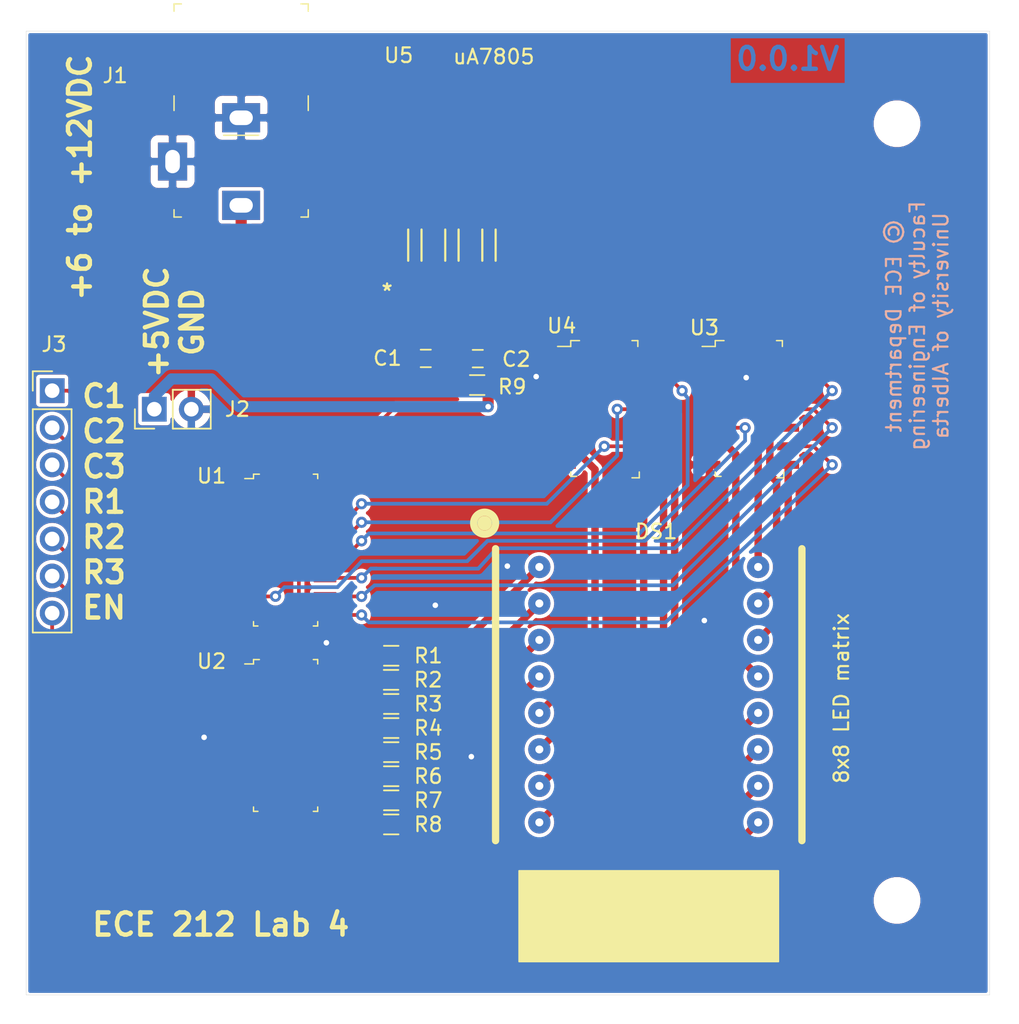
<source format=kicad_pcb>
(kicad_pcb (version 20171130) (host pcbnew "(5.1.2-1)-1")
  (title_block (title "ECE 212 Lab 4") (date 2020-06-30) (rev V1.0.0) (company "ECE Department, University of Alberta") (comment 2 https://creativecommons.org/licenses/by/4.0) (comment 3 "License : CC BY 4.0") (comment 4 "Author : Steven Knudsen"))
  (layers (0 F.Cu signal) (31 B.Cu signal) (34 B.Paste user) (35 F.Paste user) (36 B.SilkS user) (37 F.SilkS user) (38 B.Mask user) (39 F.Mask user) (44 Edge.Cuts user))
  (net 0 "")
  (net 1 "Net-(C1-Pad1)")
  (net 2 GND)
  (net 3 VCC)
  (net 4 "Net-(DS1-Pad1)")
  (net 5 "Net-(DS1-Pad2)")
  (net 6 "Net-(DS1-Pad3)")
  (net 7 "Net-(DS1-Pad4)")
  (net 8 "Net-(DS1-Pad5)")
  (net 9 "Net-(DS1-Pad6)")
  (net 10 "Net-(DS1-Pad7)")
  (net 11 "Net-(DS1-Pad8)")
  (net 12 "Net-(DS1-Pad15)")
  (net 13 "Net-(DS1-Pad14)")
  (net 14 "Net-(DS1-Pad13)")
  (net 15 "Net-(DS1-Pad11)")
  (net 16 "Net-(DS1-Pad9)")
  (net 17 "Net-(DS1-Pad12)")
  (net 18 "Net-(DS1-Pad10)")
  (net 19 "Net-(DS1-Pad16)")
  (net 20 "Net-(J3-Pad7)")
  (net 21 "Net-(J3-Pad6)")
  (net 22 "Net-(J3-Pad5)")
  (net 23 "Net-(J3-Pad4)")
  (net 24 "Net-(J3-Pad3)")
  (net 25 "Net-(J3-Pad2)")
  (net 26 "Net-(J3-Pad1)")
  (net 27 "Net-(R1-Pad2)")
  (net 28 "Net-(R2-Pad2)")
  (net 29 "Net-(R3-Pad2)")
  (net 30 "Net-(R4-Pad2)")
  (net 31 "Net-(R5-Pad2)")
  (net 32 "Net-(R6-Pad2)")
  (net 33 "Net-(R7-Pad2)")
  (net 34 "Net-(R8-Pad2)")
  (net 35 "Net-(U1-Pad7)")
  (net 36 "Net-(U1-Pad9)")
  (net 37 "Net-(U1-Pad10)")
  (net 38 "Net-(U1-Pad11)")
  (net 39 "Net-(U1-Pad12)")
  (net 40 "Net-(U1-Pad13)")
  (net 41 "Net-(U1-Pad14)")
  (net 42 "Net-(U1-Pad15)")
  (net 43 "Net-(U3-Pad1)")
  (net 44 "Net-(U3-Pad2)")
  (net 45 "Net-(U3-Pad3)")
  (net 46 "Net-(U3-Pad4)")
  (net 47 "Net-(U4-Pad4)")
  (net 48 "Net-(U4-Pad3)")
  (net 49 "Net-(U4-Pad2)")
  (net 50 "Net-(U4-Pad1)")
  (module Capacitors_SMD:C_0603 (layer F.Cu) (at 121.36628 74.4982)
    (fp_text reference C1 (at -2.62636 -0.01524) (layer F.SilkS))
    (fp_text value 0u33)
    (fp_line (start -0.35 -0.6) (end 0.35 -0.6) (layer F.SilkS) (width 0.12))
    (fp_line (start 0.35 0.6) (end -0.35 0.6) (layer F.SilkS) (width 0.12))
    (pad 1 smd rect (at -0.75 0) (size 0.8 0.75) (layers F.Cu F.Paste F.Mask) (net 1 "Net-(C1-Pad1)"))
    (pad 2 smd rect (at 0.75 0) (size 0.8 0.75) (layers F.Cu F.Paste F.Mask) (net 2 GND))
  )
  (module Libraries:KWM-20882xxx (layer F.Cu) (at 136.652 97.536 270)
    (fp_text reference DS1 (at -11.176 -0.508 180) (layer F.SilkS))
    (fp_text value KWM-20882CUYB)
    (fp_circle (center -11.75 11.25) (end -11 11.25) (layer F.SilkS) (width 0.5))
    (fp_circle (center -11.75 11.25) (end -11.5 11.25) (layer F.SilkS) (width 0.5))
    (fp_line (start -10 10.5) (end 10 10.5) (layer F.SilkS) (width 0.5))
    (fp_line (start -10 -10.5) (end 10 -10.5) (layer F.SilkS) (width 0.5))
    (fp_text user "8x8 LED matrix" (at 0.254 -13.208 90) (layer F.SilkS))
    (pad 1 thru_hole circle (at -8.75 7.5 270) (size 1.524 1.524) (drill 0.55) (layers *.Cu *.Mask) (net 4 "Net-(DS1-Pad1)"))
    (pad 2 thru_hole circle (at -6.25 7.5 270) (size 1.524 1.524) (drill 0.55) (layers *.Cu *.Mask) (net 5 "Net-(DS1-Pad2)"))
    (pad 3 thru_hole circle (at -3.75 7.5 270) (size 1.524 1.524) (drill 0.55) (layers *.Cu *.Mask) (net 6 "Net-(DS1-Pad3)"))
    (pad 4 thru_hole circle (at -1.25 7.5 270) (size 1.524 1.524) (drill 0.55) (layers *.Cu *.Mask) (net 7 "Net-(DS1-Pad4)"))
    (pad 5 thru_hole circle (at 1.25 7.5 270) (size 1.524 1.524) (drill 0.55) (layers *.Cu *.Mask) (net 8 "Net-(DS1-Pad5)"))
    (pad 6 thru_hole circle (at 3.75 7.5 270) (size 1.524 1.524) (drill 0.55) (layers *.Cu *.Mask) (net 9 "Net-(DS1-Pad6)"))
    (pad 7 thru_hole circle (at 6.25 7.5 270) (size 1.524 1.524) (drill 0.55) (layers *.Cu *.Mask) (net 10 "Net-(DS1-Pad7)"))
    (pad 8 thru_hole circle (at 8.75 7.5 270) (size 1.524 1.524) (drill 0.55) (layers *.Cu *.Mask) (net 11 "Net-(DS1-Pad8)"))
    (pad 15 thru_hole circle (at -6.25 -7.5 270) (size 1.524 1.524) (drill 0.55) (layers *.Cu *.Mask) (net 12 "Net-(DS1-Pad15)"))
    (pad 14 thru_hole circle (at -3.75 -7.5 270) (size 1.524 1.524) (drill 0.55) (layers *.Cu *.Mask) (net 13 "Net-(DS1-Pad14)"))
    (pad 13 thru_hole circle (at -1.25 -7.5 270) (size 1.524 1.524) (drill 0.55) (layers *.Cu *.Mask) (net 14 "Net-(DS1-Pad13)"))
    (pad 11 thru_hole circle (at 3.75 -7.5 270) (size 1.524 1.524) (drill 0.55) (layers *.Cu *.Mask) (net 15 "Net-(DS1-Pad11)"))
    (pad 9 thru_hole circle (at 8.75 -7.5 270) (size 1.524 1.524) (drill 0.55) (layers *.Cu *.Mask) (net 16 "Net-(DS1-Pad9)"))
    (pad 12 thru_hole circle (at 1.25 -7.5 270) (size 1.524 1.524) (drill 0.55) (layers *.Cu *.Mask) (net 17 "Net-(DS1-Pad12)"))
    (pad 10 thru_hole circle (at 6.25 -7.5 270) (size 1.524 1.524) (drill 0.55) (layers *.Cu *.Mask) (net 18 "Net-(DS1-Pad10)"))
    (pad 16 thru_hole circle (at -8.75 -7.5 270) (size 1.524 1.524) (drill 0.55) (layers *.Cu *.Mask) (net 19 "Net-(DS1-Pad16)"))
  )
  (module digikey-footprints:Barrel_Jack_5.5mmODx2.1mmID_PJ-102A (layer F.Cu) (at 108.712 61.0108)
    (fp_text reference J1 (at -8.636 -5.8928) (layer F.SilkS))
    (fp_text value PJ-102A)
    (fp_line (start 4.6 -3.5) (end 4.6 -4.5) (layer F.SilkS) (width 0.1))
    (fp_line (start -4.6 -3.5) (end -4.6 -4.5) (layer F.SilkS) (width 0.1))
    (fp_line (start 4.6 -10.8) (end 4.6 -10.3) (layer F.SilkS) (width 0.1))
    (fp_line (start 4.6 -10.8) (end 4.1 -10.8) (layer F.SilkS) (width 0.1))
    (fp_line (start -4.6 -10.8) (end -4.1 -10.8) (layer F.SilkS) (width 0.1))
    (fp_line (start -4.6 -10.8) (end -4.6 -10.3) (layer F.SilkS) (width 0.1))
    (fp_line (start -1.2 -1.8) (end 1.2 -1.8) (layer F.SilkS) (width 0.1))
    (fp_line (start -4.6 3.8) (end -4.6 3.3) (layer F.SilkS) (width 0.1))
    (fp_line (start -4.6 3.8) (end -4.1 3.8) (layer F.SilkS) (width 0.1))
    (fp_line (start 4.6 3.8) (end 4.6 3.3) (layer F.SilkS) (width 0.1))
    (fp_line (start 4.6 3.8) (end 4.1 3.8) (layer F.SilkS) (width 0.1))
    (pad 3 thru_hole rect (at -4.7 0) (size 2 2.6) (drill oval 1 1.6) (layers *.Cu *.Mask) (net 2 GND))
    (pad 1 thru_hole rect (at 0 3) (size 2.6 2) (drill oval 1.6 1) (layers *.Cu *.Mask) (net 1 "Net-(C1-Pad1)"))
    (pad 2 thru_hole rect (at 0 -3) (size 2.6 2) (drill oval 1.6 1) (layers *.Cu *.Mask) (net 2 GND))
  )
  (module Pin_Headers:Pin_Header_Straight_1x02_Pitch2.54mm (layer F.Cu) (at 102.757986 77.978 90)
    (fp_text reference J2 (at 0 5.700014 180) (layer F.SilkS))
    (fp_text value "Power Out")
    (fp_line (start -1.33 -1.33) (end 0 -1.33) (layer F.SilkS) (width 0.12))
    (fp_line (start -1.33 0) (end -1.33 -1.33) (layer F.SilkS) (width 0.12))
    (fp_line (start -1.33 1.27) (end 1.33 1.27) (layer F.SilkS) (width 0.12))
    (fp_line (start 1.33 1.27) (end 1.33 3.87) (layer F.SilkS) (width 0.12))
    (fp_line (start -1.33 1.27) (end -1.33 3.87) (layer F.SilkS) (width 0.12))
    (fp_line (start -1.33 3.87) (end 1.33 3.87) (layer F.SilkS) (width 0.12))
    (pad 2 thru_hole oval (at 0 2.54 90) (size 1.7 1.7) (drill 1) (layers *.Cu *.Mask) (net 2 GND))
    (pad 1 thru_hole rect (at 0 0 90) (size 1.7 1.7) (drill 1) (layers *.Cu *.Mask) (net 3 VCC))
  )
  (module Pin_Headers:Pin_Header_Straight_1x07_Pitch2.54mm (layer F.Cu) (at 95.758 76.708)
    (fp_text reference J3 (at 0.127 -3.175) (layer F.SilkS))
    (fp_text value Signals)
    (fp_line (start -1.33 -1.33) (end 0 -1.33) (layer F.SilkS) (width 0.12))
    (fp_line (start -1.33 0) (end -1.33 -1.33) (layer F.SilkS) (width 0.12))
    (fp_line (start -1.33 1.27) (end 1.33 1.27) (layer F.SilkS) (width 0.12))
    (fp_line (start 1.33 1.27) (end 1.33 16.57) (layer F.SilkS) (width 0.12))
    (fp_line (start -1.33 1.27) (end -1.33 16.57) (layer F.SilkS) (width 0.12))
    (fp_line (start -1.33 16.57) (end 1.33 16.57) (layer F.SilkS) (width 0.12))
    (pad 7 thru_hole oval (at 0 15.24) (size 1.7 1.7) (drill 1) (layers *.Cu *.Mask) (net 20 "Net-(J3-Pad7)"))
    (pad 6 thru_hole oval (at 0 12.7) (size 1.7 1.7) (drill 1) (layers *.Cu *.Mask) (net 21 "Net-(J3-Pad6)"))
    (pad 5 thru_hole oval (at 0 10.16) (size 1.7 1.7) (drill 1) (layers *.Cu *.Mask) (net 22 "Net-(J3-Pad5)"))
    (pad 4 thru_hole oval (at 0 7.62) (size 1.7 1.7) (drill 1) (layers *.Cu *.Mask) (net 23 "Net-(J3-Pad4)"))
    (pad 3 thru_hole oval (at 0 5.08) (size 1.7 1.7) (drill 1) (layers *.Cu *.Mask) (net 24 "Net-(J3-Pad3)"))
    (pad 2 thru_hole oval (at 0 2.54) (size 1.7 1.7) (drill 1) (layers *.Cu *.Mask) (net 25 "Net-(J3-Pad2)"))
    (pad 1 thru_hole rect (at 0 0) (size 1.7 1.7) (drill 1) (layers *.Cu *.Mask) (net 26 "Net-(J3-Pad1)"))
  )
  (module Resistors_SMD:R_0603 (layer F.Cu) (at 118.999 94.869 180)
    (fp_text reference R1 (at -2.54 0) (layer F.SilkS))
    (fp_text value 1k)
    (fp_line (start -0.5 -0.68) (end 0.5 -0.68) (layer F.SilkS) (width 0.12))
    (fp_line (start 0.5 0.68) (end -0.5 0.68) (layer F.SilkS) (width 0.12))
    (pad 2 smd rect (at 0.75 0 180) (size 0.5 0.9) (layers F.Cu F.Paste F.Mask) (net 27 "Net-(R1-Pad2)"))
    (pad 1 smd rect (at -0.75 0 180) (size 0.5 0.9) (layers F.Cu F.Paste F.Mask) (net 4 "Net-(DS1-Pad1)"))
  )
  (module Resistors_SMD:R_0603 (layer F.Cu) (at 118.987 96.52 180)
    (fp_text reference R2 (at -2.54 0) (layer F.SilkS))
    (fp_text value 1k)
    (fp_line (start 0.5 0.68) (end -0.5 0.68) (layer F.SilkS) (width 0.12))
    (fp_line (start -0.5 -0.68) (end 0.5 -0.68) (layer F.SilkS) (width 0.12))
    (pad 1 smd rect (at -0.75 0 180) (size 0.5 0.9) (layers F.Cu F.Paste F.Mask) (net 5 "Net-(DS1-Pad2)"))
    (pad 2 smd rect (at 0.75 0 180) (size 0.5 0.9) (layers F.Cu F.Paste F.Mask) (net 28 "Net-(R2-Pad2)"))
  )
  (module Resistors_SMD:R_0603 (layer F.Cu) (at 118.999 98.171 180)
    (fp_text reference R3 (at -2.54 0) (layer F.SilkS))
    (fp_text value 1k)
    (fp_line (start -0.5 -0.68) (end 0.5 -0.68) (layer F.SilkS) (width 0.12))
    (fp_line (start 0.5 0.68) (end -0.5 0.68) (layer F.SilkS) (width 0.12))
    (pad 2 smd rect (at 0.75 0 180) (size 0.5 0.9) (layers F.Cu F.Paste F.Mask) (net 29 "Net-(R3-Pad2)"))
    (pad 1 smd rect (at -0.75 0 180) (size 0.5 0.9) (layers F.Cu F.Paste F.Mask) (net 6 "Net-(DS1-Pad3)"))
  )
  (module Resistors_SMD:R_0603 (layer F.Cu) (at 118.999 99.822 180)
    (fp_text reference R4 (at -2.54 0) (layer F.SilkS))
    (fp_text value 1k)
    (fp_line (start 0.5 0.68) (end -0.5 0.68) (layer F.SilkS) (width 0.12))
    (fp_line (start -0.5 -0.68) (end 0.5 -0.68) (layer F.SilkS) (width 0.12))
    (pad 1 smd rect (at -0.75 0 180) (size 0.5 0.9) (layers F.Cu F.Paste F.Mask) (net 7 "Net-(DS1-Pad4)"))
    (pad 2 smd rect (at 0.75 0 180) (size 0.5 0.9) (layers F.Cu F.Paste F.Mask) (net 30 "Net-(R4-Pad2)"))
  )
  (module Resistors_SMD:R_0603 (layer F.Cu) (at 118.999 101.473 180)
    (fp_text reference R5 (at -2.54 0) (layer F.SilkS))
    (fp_text value 1k)
    (fp_line (start -0.5 -0.68) (end 0.5 -0.68) (layer F.SilkS) (width 0.12))
    (fp_line (start 0.5 0.68) (end -0.5 0.68) (layer F.SilkS) (width 0.12))
    (pad 2 smd rect (at 0.75 0 180) (size 0.5 0.9) (layers F.Cu F.Paste F.Mask) (net 31 "Net-(R5-Pad2)"))
    (pad 1 smd rect (at -0.75 0 180) (size 0.5 0.9) (layers F.Cu F.Paste F.Mask) (net 17 "Net-(DS1-Pad12)"))
  )
  (module Resistors_SMD:R_0603 (layer F.Cu) (at 118.999 103.124 180)
    (fp_text reference R6 (at -2.54 0) (layer F.SilkS))
    (fp_text value 1k)
    (fp_line (start 0.5 0.68) (end -0.5 0.68) (layer F.SilkS) (width 0.12))
    (fp_line (start -0.5 -0.68) (end 0.5 -0.68) (layer F.SilkS) (width 0.12))
    (pad 1 smd rect (at -0.75 0 180) (size 0.5 0.9) (layers F.Cu F.Paste F.Mask) (net 15 "Net-(DS1-Pad11)"))
    (pad 2 smd rect (at 0.75 0 180) (size 0.5 0.9) (layers F.Cu F.Paste F.Mask) (net 32 "Net-(R6-Pad2)"))
  )
  (module Resistors_SMD:R_0603 (layer F.Cu) (at 118.999 104.775 180)
    (fp_text reference R7 (at -2.54 0) (layer F.SilkS))
    (fp_text value 1k)
    (fp_line (start -0.5 -0.68) (end 0.5 -0.68) (layer F.SilkS) (width 0.12))
    (fp_line (start 0.5 0.68) (end -0.5 0.68) (layer F.SilkS) (width 0.12))
    (pad 2 smd rect (at 0.75 0 180) (size 0.5 0.9) (layers F.Cu F.Paste F.Mask) (net 33 "Net-(R7-Pad2)"))
    (pad 1 smd rect (at -0.75 0 180) (size 0.5 0.9) (layers F.Cu F.Paste F.Mask) (net 18 "Net-(DS1-Pad10)"))
  )
  (module Resistors_SMD:R_0603 (layer F.Cu) (at 118.999 106.426 180)
    (fp_text reference R8 (at -2.54 0) (layer F.SilkS))
    (fp_text value 1k)
    (fp_line (start 0.5 0.68) (end -0.5 0.68) (layer F.SilkS) (width 0.12))
    (fp_line (start -0.5 -0.68) (end 0.5 -0.68) (layer F.SilkS) (width 0.12))
    (pad 1 smd rect (at -0.75 0 180) (size 0.5 0.9) (layers F.Cu F.Paste F.Mask) (net 16 "Net-(DS1-Pad9)"))
    (pad 2 smd rect (at 0.75 0 180) (size 0.5 0.9) (layers F.Cu F.Paste F.Mask) (net 34 "Net-(R8-Pad2)"))
  )
  (module digikey-footprints:SOIC-16_W3.90mm (layer F.Cu) (at 111.76 87.63 270)
    (fp_text reference U1 (at -5.08 5.08 180) (layer F.SilkS))
    (fp_text value SN74LS138)
    (fp_line (start 5.2 -2.2) (end 5.2 -1.9) (layer F.SilkS) (width 0.1))
    (fp_line (start 5.2 -2.2) (end 4.9 -2.2) (layer F.SilkS) (width 0.1))
    (fp_line (start -5.2 -2.2) (end -5.2 -1.9) (layer F.SilkS) (width 0.1))
    (fp_line (start 4.9 2.2) (end 5.2 2.2) (layer F.SilkS) (width 0.1))
    (fp_line (start 5.2 2.2) (end 5.2 1.9) (layer F.SilkS) (width 0.1))
    (fp_line (start -5.2 1.8) (end -5.2 2.2) (layer F.SilkS) (width 0.1))
    (fp_line (start -5.2 2.2) (end -4.9 2.2) (layer F.SilkS) (width 0.1))
    (fp_line (start -4.9 2.2) (end -4.9 2.8) (layer F.SilkS) (width 0.1))
    (fp_line (start -4.9 -2.2) (end -5.2 -2.2) (layer F.SilkS) (width 0.1))
    (pad 1 smd rect (at -4.445 2.7 270) (size 0.6 1.55) (layers F.Cu F.Paste F.Mask) (net 26 "Net-(J3-Pad1)"))
    (pad 2 smd rect (at -3.175 2.7 270) (size 0.6 1.55) (layers F.Cu F.Paste F.Mask) (net 25 "Net-(J3-Pad2)"))
    (pad 3 smd rect (at -1.905 2.7 270) (size 0.6 1.55) (layers F.Cu F.Paste F.Mask) (net 24 "Net-(J3-Pad3)"))
    (pad 4 smd rect (at -0.635 2.7 270) (size 0.6 1.55) (layers F.Cu F.Paste F.Mask) (net 2 GND))
    (pad 5 smd rect (at 0.635 2.7 270) (size 0.6 1.55) (layers F.Cu F.Paste F.Mask) (net 2 GND))
    (pad 6 smd rect (at 1.905 2.7 270) (size 0.6 1.55) (layers F.Cu F.Paste F.Mask) (net 20 "Net-(J3-Pad7)"))
    (pad 7 smd rect (at 3.175 2.7 270) (size 0.6 1.55) (layers F.Cu F.Paste F.Mask) (net 35 "Net-(U1-Pad7)"))
    (pad 8 smd rect (at 4.445 2.7 270) (size 0.6 1.55) (layers F.Cu F.Paste F.Mask) (net 2 GND))
    (pad 9 smd rect (at 4.445 -2.7 270) (size 0.6 1.55) (layers F.Cu F.Paste F.Mask) (net 36 "Net-(U1-Pad9)"))
    (pad 10 smd rect (at 3.175 -2.7 270) (size 0.6 1.55) (layers F.Cu F.Paste F.Mask) (net 37 "Net-(U1-Pad10)"))
    (pad 11 smd rect (at 1.905 -2.7 270) (size 0.6 1.55) (layers F.Cu F.Paste F.Mask) (net 38 "Net-(U1-Pad11)"))
    (pad 12 smd rect (at 0.635 -2.7 270) (size 0.6 1.55) (layers F.Cu F.Paste F.Mask) (net 39 "Net-(U1-Pad12)"))
    (pad 13 smd rect (at -0.635 -2.7 270) (size 0.6 1.55) (layers F.Cu F.Paste F.Mask) (net 40 "Net-(U1-Pad13)"))
    (pad 14 smd rect (at -1.905 -2.7 270) (size 0.6 1.55) (layers F.Cu F.Paste F.Mask) (net 41 "Net-(U1-Pad14)"))
    (pad 15 smd rect (at -3.175 -2.7 270) (size 0.6 1.55) (layers F.Cu F.Paste F.Mask) (net 42 "Net-(U1-Pad15)"))
    (pad 16 smd rect (at -4.445 -2.7 270) (size 0.6 1.55) (layers F.Cu F.Paste F.Mask) (net 3 VCC))
  )
  (module digikey-footprints:SOIC-16_W3.90mm (layer F.Cu) (at 111.76 100.33 270)
    (fp_text reference U2 (at -5.08 5.08 180) (layer F.SilkS))
    (fp_text value SN74LS138)
    (fp_line (start -4.9 -2.2) (end -5.2 -2.2) (layer F.SilkS) (width 0.1))
    (fp_line (start -4.9 2.2) (end -4.9 2.8) (layer F.SilkS) (width 0.1))
    (fp_line (start -5.2 2.2) (end -4.9 2.2) (layer F.SilkS) (width 0.1))
    (fp_line (start -5.2 1.8) (end -5.2 2.2) (layer F.SilkS) (width 0.1))
    (fp_line (start 5.2 2.2) (end 5.2 1.9) (layer F.SilkS) (width 0.1))
    (fp_line (start 4.9 2.2) (end 5.2 2.2) (layer F.SilkS) (width 0.1))
    (fp_line (start -5.2 -2.2) (end -5.2 -1.9) (layer F.SilkS) (width 0.1))
    (fp_line (start 5.2 -2.2) (end 4.9 -2.2) (layer F.SilkS) (width 0.1))
    (fp_line (start 5.2 -2.2) (end 5.2 -1.9) (layer F.SilkS) (width 0.1))
    (pad 16 smd rect (at -4.445 -2.7 270) (size 0.6 1.55) (layers F.Cu F.Paste F.Mask) (net 3 VCC))
    (pad 15 smd rect (at -3.175 -2.7 270) (size 0.6 1.55) (layers F.Cu F.Paste F.Mask) (net 27 "Net-(R1-Pad2)"))
    (pad 14 smd rect (at -1.905 -2.7 270) (size 0.6 1.55) (layers F.Cu F.Paste F.Mask) (net 28 "Net-(R2-Pad2)"))
    (pad 13 smd rect (at -0.635 -2.7 270) (size 0.6 1.55) (layers F.Cu F.Paste F.Mask) (net 29 "Net-(R3-Pad2)"))
    (pad 12 smd rect (at 0.635 -2.7 270) (size 0.6 1.55) (layers F.Cu F.Paste F.Mask) (net 30 "Net-(R4-Pad2)"))
    (pad 11 smd rect (at 1.905 -2.7 270) (size 0.6 1.55) (layers F.Cu F.Paste F.Mask) (net 31 "Net-(R5-Pad2)"))
    (pad 10 smd rect (at 3.175 -2.7 270) (size 0.6 1.55) (layers F.Cu F.Paste F.Mask) (net 32 "Net-(R6-Pad2)"))
    (pad 9 smd rect (at 4.445 -2.7 270) (size 0.6 1.55) (layers F.Cu F.Paste F.Mask) (net 33 "Net-(R7-Pad2)"))
    (pad 8 smd rect (at 4.445 2.7 270) (size 0.6 1.55) (layers F.Cu F.Paste F.Mask) (net 2 GND))
    (pad 7 smd rect (at 3.175 2.7 270) (size 0.6 1.55) (layers F.Cu F.Paste F.Mask) (net 34 "Net-(R8-Pad2)"))
    (pad 6 smd rect (at 1.905 2.7 270) (size 0.6 1.55) (layers F.Cu F.Paste F.Mask) (net 20 "Net-(J3-Pad7)"))
    (pad 5 smd rect (at 0.635 2.7 270) (size 0.6 1.55) (layers F.Cu F.Paste F.Mask) (net 2 GND))
    (pad 4 smd rect (at -0.635 2.7 270) (size 0.6 1.55) (layers F.Cu F.Paste F.Mask) (net 2 GND))
    (pad 3 smd rect (at -1.905 2.7 270) (size 0.6 1.55) (layers F.Cu F.Paste F.Mask) (net 21 "Net-(J3-Pad6)"))
    (pad 2 smd rect (at -3.175 2.7 270) (size 0.6 1.55) (layers F.Cu F.Paste F.Mask) (net 22 "Net-(J3-Pad5)"))
    (pad 1 smd rect (at -4.445 2.7 270) (size 0.6 1.55) (layers F.Cu F.Paste F.Mask) (net 23 "Net-(J3-Pad4)"))
  )
  (module digikey-footprints:SOIC-14_W3.9mm (layer F.Cu) (at 143.51 77.978 270)
    (fp_text reference U3 (at -5.588 3.048 180) (layer F.SilkS))
    (fp_text value SN74LS04N)
    (fp_line (start 4.3 2.3) (end 4.6 2.3) (layer F.SilkS) (width 0.1))
    (fp_line (start 4.6 2.3) (end 4.6 1.9) (layer F.SilkS) (width 0.1))
    (fp_line (start 4.3 -2.4) (end 4.7 -2.4) (layer F.SilkS) (width 0.1))
    (fp_line (start 4.7 -2.4) (end 4.7 -1.9) (layer F.SilkS) (width 0.1))
    (fp_line (start -4.3 -2.3) (end -4.7 -2.3) (layer F.SilkS) (width 0.1))
    (fp_line (start -4.7 -2.3) (end -4.7 -1.9) (layer F.SilkS) (width 0.1))
    (fp_line (start -4.7 1.7) (end -4.7 2.3) (layer F.SilkS) (width 0.1))
    (fp_line (start -4.7 2.3) (end -4.3 2.3) (layer F.SilkS) (width 0.1))
    (fp_line (start -4.3 2.3) (end -4.3 3.2) (layer F.SilkS) (width 0.1))
    (pad 1 smd rect (at -3.81 2.7 270) (size 0.55 1.5) (layers F.Cu F.Paste F.Mask) (net 43 "Net-(U3-Pad1)"))
    (pad 2 smd rect (at -2.54 2.7 270) (size 0.55 1.5) (layers F.Cu F.Paste F.Mask) (net 44 "Net-(U3-Pad2)"))
    (pad 3 smd rect (at -1.27 2.7 270) (size 0.55 1.5) (layers F.Cu F.Paste F.Mask) (net 45 "Net-(U3-Pad3)"))
    (pad 4 smd rect (at 0 2.7 270) (size 0.55 1.5) (layers F.Cu F.Paste F.Mask) (net 46 "Net-(U3-Pad4)"))
    (pad 5 smd rect (at 1.27 2.7 270) (size 0.55 1.5) (layers F.Cu F.Paste F.Mask) (net 35 "Net-(U1-Pad7)"))
    (pad 6 smd rect (at 2.54 2.7 270) (size 0.55 1.5) (layers F.Cu F.Paste F.Mask) (net 14 "Net-(DS1-Pad13)"))
    (pad 7 smd rect (at 3.81 2.7 270) (size 0.55 1.5) (layers F.Cu F.Paste F.Mask) (net 2 GND))
    (pad 8 smd rect (at 3.81 -2.7 270) (size 0.55 1.5) (layers F.Cu F.Paste F.Mask) (net 13 "Net-(DS1-Pad14)"))
    (pad 9 smd rect (at 2.54 -2.7 270) (size 0.55 1.5) (layers F.Cu F.Paste F.Mask) (net 36 "Net-(U1-Pad9)"))
    (pad 10 smd rect (at 1.27 -2.7 270) (size 0.55 1.5) (layers F.Cu F.Paste F.Mask) (net 12 "Net-(DS1-Pad15)"))
    (pad 11 smd rect (at 0 -2.7 270) (size 0.55 1.5) (layers F.Cu F.Paste F.Mask) (net 37 "Net-(U1-Pad10)"))
    (pad 12 smd rect (at -1.27 -2.7 270) (size 0.55 1.5) (layers F.Cu F.Paste F.Mask) (net 19 "Net-(DS1-Pad16)"))
    (pad 13 smd rect (at -2.54 -2.7 270) (size 0.55 1.5) (layers F.Cu F.Paste F.Mask) (net 38 "Net-(U1-Pad11)"))
    (pad 14 smd rect (at -3.81 -2.7 270) (size 0.55 1.5) (layers F.Cu F.Paste F.Mask) (net 3 VCC))
  )
  (module digikey-footprints:SOIC-14_W3.9mm (layer F.Cu) (at 133.604 77.978 270)
    (fp_text reference U4 (at -5.715 2.921) (layer F.SilkS))
    (fp_text value SN74LS04N)
    (fp_line (start -4.3 2.3) (end -4.3 3.2) (layer F.SilkS) (width 0.1))
    (fp_line (start -4.7 2.3) (end -4.3 2.3) (layer F.SilkS) (width 0.1))
    (fp_line (start -4.7 1.7) (end -4.7 2.3) (layer F.SilkS) (width 0.1))
    (fp_line (start -4.7 -2.3) (end -4.7 -1.9) (layer F.SilkS) (width 0.1))
    (fp_line (start -4.3 -2.3) (end -4.7 -2.3) (layer F.SilkS) (width 0.1))
    (fp_line (start 4.7 -2.4) (end 4.7 -1.9) (layer F.SilkS) (width 0.1))
    (fp_line (start 4.3 -2.4) (end 4.7 -2.4) (layer F.SilkS) (width 0.1))
    (fp_line (start 4.6 2.3) (end 4.6 1.9) (layer F.SilkS) (width 0.1))
    (fp_line (start 4.3 2.3) (end 4.6 2.3) (layer F.SilkS) (width 0.1))
    (pad 14 smd rect (at -3.81 -2.7 270) (size 0.55 1.5) (layers F.Cu F.Paste F.Mask) (net 3 VCC))
    (pad 13 smd rect (at -2.54 -2.7 270) (size 0.55 1.5) (layers F.Cu F.Paste F.Mask) (net 39 "Net-(U1-Pad12)"))
    (pad 12 smd rect (at -1.27 -2.7 270) (size 0.55 1.5) (layers F.Cu F.Paste F.Mask) (net 11 "Net-(DS1-Pad8)"))
    (pad 11 smd rect (at 0 -2.7 270) (size 0.55 1.5) (layers F.Cu F.Paste F.Mask) (net 40 "Net-(U1-Pad13)"))
    (pad 10 smd rect (at 1.27 -2.7 270) (size 0.55 1.5) (layers F.Cu F.Paste F.Mask) (net 10 "Net-(DS1-Pad7)"))
    (pad 9 smd rect (at 2.54 -2.7 270) (size 0.55 1.5) (layers F.Cu F.Paste F.Mask) (net 41 "Net-(U1-Pad14)"))
    (pad 8 smd rect (at 3.81 -2.7 270) (size 0.55 1.5) (layers F.Cu F.Paste F.Mask) (net 9 "Net-(DS1-Pad6)"))
    (pad 7 smd rect (at 3.81 2.7 270) (size 0.55 1.5) (layers F.Cu F.Paste F.Mask) (net 2 GND))
    (pad 6 smd rect (at 2.54 2.7 270) (size 0.55 1.5) (layers F.Cu F.Paste F.Mask) (net 8 "Net-(DS1-Pad5)"))
    (pad 5 smd rect (at 1.27 2.7 270) (size 0.55 1.5) (layers F.Cu F.Paste F.Mask) (net 42 "Net-(U1-Pad15)"))
    (pad 4 smd rect (at 0 2.7 270) (size 0.55 1.5) (layers F.Cu F.Paste F.Mask) (net 47 "Net-(U4-Pad4)"))
    (pad 3 smd rect (at -1.27 2.7 270) (size 0.55 1.5) (layers F.Cu F.Paste F.Mask) (net 48 "Net-(U4-Pad3)"))
    (pad 2 smd rect (at -2.54 2.7 270) (size 0.55 1.5) (layers F.Cu F.Paste F.Mask) (net 49 "Net-(U4-Pad2)"))
    (pad 1 smd rect (at -3.81 2.7 270) (size 0.55 1.5) (layers F.Cu F.Paste F.Mask) (net 50 "Net-(U4-Pad1)"))
  )
  (module Mounting_Holes:MountingHole_2.7mm_M2.5 (layer F.Cu) (at 153.67 58.42)
    (fp_text reference H1 hide)
    (fp_text value " ")
    (pad 1 np_thru_hole circle (at 0 0) (size 2.7 2.7) (drill 2.7) (layers *.Cu *.Mask))
  )
  (module Mounting_Holes:MountingHole_2.7mm_M2.5 (layer F.Cu) (at 153.67 111.633)
    (fp_text reference H2 hide)
    (fp_text value " ")
    (pad 1 np_thru_hole circle (at 0 0) (size 2.7 2.7) (drill 2.7) (layers *.Cu *.Mask))
  )
  (module Resistors_SMD:R_0603 (layer F.Cu) (at 124.8918 76.32192 180)
    (fp_text reference R9 (at -2.39776 -0.11684) (layer F.SilkS))
    (fp_text value 330)
    (fp_line (start -0.5 -0.68) (end 0.5 -0.68) (layer F.SilkS) (width 0.12))
    (fp_line (start 0.5 0.68) (end -0.5 0.68) (layer F.SilkS) (width 0.12))
    (pad 2 smd rect (at 0.75 0 180) (size 0.5 0.9) (layers F.Cu F.Paste F.Mask) (net 2 GND))
    (pad 1 smd rect (at -0.75 0 180) (size 0.5 0.9) (layers F.Cu F.Paste F.Mask) (net 3 VCC))
  )
  (module Libraries:T0263-3 (layer F.Cu) (at 123.15952 60.23356)
    (fp_text reference U5 (at -3.65 -6.5) (layer F.SilkS))
    (fp_text value uA7805 (at 2.8702 -6.40588) (layer F.SilkS))
    (fp_text user * (at -4.445 9.6774) (layer F.SilkS))
    (fp_text user * (at -4.445 9.6774) (layer F.SilkS))
    (fp_line (start -2.9972 5.4356) (end -2.9972 7.5692) (layer F.SilkS) (width 0.1524))
    (fp_line (start -0.4572 5.4356) (end -0.4572 7.5692) (layer F.SilkS) (width 0.1524))
    (fp_line (start 2.0828 5.4356) (end 2.0828 7.5692) (layer F.SilkS) (width 0.1524))
    (fp_line (start -2.0828 5.4356) (end -2.0828 7.5692) (layer F.SilkS) (width 0.1524))
    (fp_line (start 0.4572 5.4356) (end 0.4572 7.5692) (layer F.SilkS) (width 0.1524))
    (fp_line (start 2.9972 5.4356) (end 2.9972 7.5692) (layer F.SilkS) (width 0.1524))
    (pad 1 smd rect (at -2.54 10.6) (size 1 3.4) (layers F.Cu F.Paste F.Mask) (net 1 "Net-(C1-Pad1)"))
    (pad 2 smd rect (at 0 10.6) (size 1 3.4) (layers F.Cu F.Paste F.Mask) (net 2 GND))
    (pad 3 smd rect (at 2.54 10.6) (size 1 3.4) (layers F.Cu F.Paste F.Mask) (net 3 VCC))
    (pad 2 smd rect (at 0 -0.1524) (size 10.7 8.6) (layers F.Cu F.Paste F.Mask) (net 2 GND))
  )
  (module Capacitors_SMD:C_0603 (layer F.Cu) (at 124.93244 74.51344 180)
    (fp_text reference C2 (at -2.6416 -0.04064) (layer F.SilkS))
    (fp_text value 0u1)
    (fp_line (start -0.35 -0.6) (end 0.35 -0.6) (layer F.SilkS) (width 0.12))
    (fp_line (start 0.35 0.6) (end -0.35 0.6) (layer F.SilkS) (width 0.12))
    (pad 1 smd rect (at -0.75 0 180) (size 0.8 0.75) (layers F.Cu F.Paste F.Mask) (net 3 VCC))
    (pad 2 smd rect (at 0.75 0 180) (size 0.8 0.75) (layers F.Cu F.Paste F.Mask) (net 2 GND))
  )
  (gr_text "ECE 212 Lab 4" (at 107.315 113.284) (layer F.SilkS) (effects (font (size 1.524 1.524) (thickness 0.3))))
  (gr_poly (pts (xy 127.762 109.601) (xy 127.762 115.824) (xy 145.542 115.824) (xy 145.542 109.601)) (layer F.SilkS) (width 0.1))
  (gr_text "© ECE Department\nFaculty of Engineering\nUniversity of Alberta" (at 155.067 72.263 90) (layer B.SilkS) (effects (font (size 1 1)) (justify mirror)))
  (gr_text V1.0.0 (at 146.177 53.975) (layer B.Cu) (effects (font (size 1.5 1.5) (thickness 0.3)) (justify mirror)))
  (gr_text "+6 to +12VDC" (at 97.663 62.103 90) (layer F.SilkS) (effects (font (size 1.5 1.5) (thickness 0.3))))
  (gr_line (start 160.02 52.07) (end 93.98 52.07) (layer Edge.Cuts) (width 0.0254))
  (gr_line (start 160.02 118.11) (end 160.02 52.07) (layer Edge.Cuts) (width 0.0254))
  (gr_line (start 93.98 118.11) (end 160.02 118.11) (layer Edge.Cuts) (width 0.0254))
  (gr_line (start 93.98 52.07) (end 93.98 118.11) (layer Edge.Cuts) (width 0.0254))
  (gr_text "+5VDC\nGND" (at 104.14 72.009 90) (layer F.SilkS) (effects (font (size 1.5 1.5) (thickness 0.3))))
  (gr_text "C1\nC2\nC3\nR1\nR2\nR3\nEN" (at 99.314 84.328) (layer F.SilkS) (effects (font (size 1.5 1.5) (thickness 0.3))))
  (segment (start 108.712 64.0108) (end 108.712 66.76136) (width 0.762) (layer F.Cu) (net 1))
  (segment (start 112.7842 70.83356) (end 120.61952 70.83356) (width 0.762) (layer F.Cu) (net 1))
  (segment (start 108.712 66.76136) (end 112.7842 70.83356) (width 0.762) (layer F.Cu) (net 1))
  (segment (start 120.61952 74.49496) (end 120.61628 74.4982) (width 0.762) (layer F.Cu) (net 1))
  (segment (start 120.61952 70.83356) (end 120.61952 74.49496) (width 0.762) (layer F.Cu) (net 1))
  (via (at 106.172 100.457) (size 0.762) (drill 0.381) (layers F.Cu B.Cu) (net 2))
  (via (at 114.554 93.98) (size 0.762) (drill 0.381) (layers F.Cu B.Cu) (net 2))
  (via (at 140.462 92.456) (size 0.762) (drill 0.381) (layers F.Cu B.Cu) (net 2))
  (via (at 128.93548 75.7428) (size 0.762) (drill 0.381) (layers F.Cu B.Cu) (net 2))
  (via (at 143.3322 75.81392) (size 0.762) (drill 0.381) (layers F.Cu B.Cu) (net 2))
  (via (at 124.49048 101.78288) (size 0.762) (drill 0.381) (layers F.Cu B.Cu) (net 2))
  (via (at 122.0216 91.40952) (size 0.762) (drill 0.381) (layers F.Cu B.Cu) (net 2))
  (via (at 126.95936 88.72728) (size 0.762) (drill 0.381) (layers F.Cu B.Cu) (net 2))
  (segment (start 125.69952 74.49636) (end 125.68244 74.51344) (width 0.762) (layer F.Cu) (net 3))
  (segment (start 125.69952 70.83356) (end 125.69952 74.49636) (width 0.762) (layer F.Cu) (net 3))
  (segment (start 125.6418 74.55408) (end 125.68244 74.51344) (width 0.762) (layer F.Cu) (net 3))
  (segment (start 125.6418 76.32192) (end 125.6418 74.55408) (width 0.762) (layer F.Cu) (net 3))
  (segment (start 136.304 73.131) (end 136.304 74.168) (width 0.762) (layer F.Cu) (net 3))
  (segment (start 134.00656 70.83356) (end 136.304 73.131) (width 0.762) (layer F.Cu) (net 3))
  (segment (start 125.69952 70.83356) (end 134.00656 70.83356) (width 0.762) (layer F.Cu) (net 3))
  (segment (start 146.21 72.9818) (end 146.21 74.168) (width 0.762) (layer F.Cu) (net 3))
  (segment (start 144.12468 70.89648) (end 146.21 72.9818) (width 0.762) (layer F.Cu) (net 3))
  (segment (start 139.1158 70.89648) (end 144.12468 70.89648) (width 0.762) (layer F.Cu) (net 3))
  (segment (start 136.304 73.70828) (end 139.1158 70.89648) (width 0.762) (layer F.Cu) (net 3))
  (segment (start 136.304 74.168) (end 136.304 73.70828) (width 0.762) (layer F.Cu) (net 3))
  (via (at 125.64364 77.80528) (size 0.762) (drill 0.381) (layers F.Cu B.Cu) (net 3))
  (segment (start 125.6418 77.80344) (end 125.64364 77.80528) (width 0.762) (layer F.Cu) (net 3))
  (segment (start 125.6418 76.32192) (end 125.6418 77.80344) (width 0.762) (layer F.Cu) (net 3))
  (segment (start 102.757986 77.089254) (end 102.757986 77.978) (width 0.762) (layer B.Cu) (net 3))
  (segment (start 103.94188 75.90536) (end 102.757986 77.089254) (width 0.762) (layer B.Cu) (net 3))
  (segment (start 106.66984 75.90536) (end 103.94188 75.90536) (width 0.762) (layer B.Cu) (net 3))
  (segment (start 108.56976 77.80528) (end 106.66984 75.90536) (width 0.762) (layer B.Cu) (net 3))
  (segment (start 125.64364 77.80528) (end 108.56976 77.80528) (width 0.762) (layer B.Cu) (net 3))
  (segment (start 114.46 82.631) (end 114.46 83.185) (width 0.254) (layer F.Cu) (net 3))
  (segment (start 119.28572 77.80528) (end 114.46 82.631) (width 0.254) (layer F.Cu) (net 3))
  (segment (start 125.64364 77.80528) (end 119.28572 77.80528) (width 0.254) (layer F.Cu) (net 3))
  (segment (start 114.46 95.331) (end 114.46 95.885) (width 0.254) (layer F.Cu) (net 3))
  (segment (start 112.66932 83.94668) (end 112.66932 93.54032) (width 0.254) (layer F.Cu) (net 3))
  (segment (start 112.66932 93.54032) (end 114.46 95.331) (width 0.254) (layer F.Cu) (net 3))
  (segment (start 113.431 83.185) (end 112.66932 83.94668) (width 0.254) (layer F.Cu) (net 3))
  (segment (start 114.46 83.185) (end 113.431 83.185) (width 0.254) (layer F.Cu) (net 3))
  (segment (start 123.069 94.869) (end 129.152 88.786) (width 0.508) (layer F.Cu) (net 4))
  (segment (start 119.749 94.869) (end 123.069 94.869) (width 0.508) (layer F.Cu) (net 4))
  (segment (start 123.918 96.52) (end 129.152 91.286) (width 0.508) (layer F.Cu) (net 5))
  (segment (start 119.737 96.52) (end 123.918 96.52) (width 0.508) (layer F.Cu) (net 5))
  (segment (start 124.767 98.171) (end 129.152 93.786) (width 0.508) (layer F.Cu) (net 6))
  (segment (start 119.749 98.171) (end 124.767 98.171) (width 0.508) (layer F.Cu) (net 6))
  (segment (start 125.616 99.822) (end 129.152 96.286) (width 0.508) (layer F.Cu) (net 7))
  (segment (start 119.749 99.822) (end 125.616 99.822) (width 0.508) (layer F.Cu) (net 7))
  (segment (start 129.152 98.786) (end 132.969 94.969) (width 0.508) (layer F.Cu) (net 8))
  (segment (start 131.379 80.518) (end 130.904 80.518) (width 0.508) (layer F.Cu) (net 8))
  (segment (start 132.969 82.108) (end 131.379 80.518) (width 0.508) (layer F.Cu) (net 8))
  (segment (start 132.969 94.969) (end 132.969 82.108) (width 0.508) (layer F.Cu) (net 8))
  (segment (start 136.304 94.134) (end 136.304 81.788) (width 0.508) (layer F.Cu) (net 9))
  (segment (start 129.152 101.286) (end 136.304 94.134) (width 0.508) (layer F.Cu) (net 9))
  (segment (start 136.779 79.248) (end 136.304 79.248) (width 0.508) (layer F.Cu) (net 10))
  (segment (start 137.668 95.27) (end 137.668 80.137) (width 0.508) (layer F.Cu) (net 10))
  (segment (start 137.668 80.137) (end 136.779 79.248) (width 0.508) (layer F.Cu) (net 10))
  (segment (start 129.152 103.786) (end 137.668 95.27) (width 0.508) (layer F.Cu) (net 10))
  (segment (start 138.43001 78.35901) (end 138.43001 97.00799) (width 0.508) (layer F.Cu) (net 11))
  (segment (start 138.43001 97.00799) (end 129.913999 105.524001) (width 0.508) (layer F.Cu) (net 11))
  (segment (start 136.779 76.708) (end 138.43001 78.35901) (width 0.508) (layer F.Cu) (net 11))
  (segment (start 129.913999 105.524001) (end 129.152 106.286) (width 0.508) (layer F.Cu) (net 11))
  (segment (start 136.304 76.708) (end 136.779 76.708) (width 0.508) (layer F.Cu) (net 11))
  (segment (start 145.735 79.248) (end 146.21 79.248) (width 0.508) (layer F.Cu) (net 12))
  (segment (start 144.951999 82.469401) (end 144.952 80.031) (width 0.508) (layer F.Cu) (net 12))
  (segment (start 145.422001 82.939403) (end 144.951999 82.469401) (width 0.508) (layer F.Cu) (net 12))
  (segment (start 145.422001 90.015999) (end 145.422001 82.939403) (width 0.508) (layer F.Cu) (net 12))
  (segment (start 144.952 80.031) (end 145.735 79.248) (width 0.508) (layer F.Cu) (net 12))
  (segment (start 144.152 91.286) (end 145.422001 90.015999) (width 0.508) (layer F.Cu) (net 12))
  (segment (start 146.21 91.728) (end 144.152 93.786) (width 0.508) (layer F.Cu) (net 13))
  (segment (start 146.21 81.788) (end 146.21 91.728) (width 0.508) (layer F.Cu) (net 13))
  (segment (start 140.335 80.518) (end 140.81 80.518) (width 0.508) (layer F.Cu) (net 14))
  (segment (start 142.068 80.518) (end 142.621 81.071) (width 0.508) (layer F.Cu) (net 14))
  (segment (start 140.81 80.518) (end 142.068 80.518) (width 0.508) (layer F.Cu) (net 14))
  (segment (start 142.621 94.755) (end 144.152 96.286) (width 0.508) (layer F.Cu) (net 14))
  (segment (start 142.621 81.071) (end 142.621 94.755) (width 0.508) (layer F.Cu) (net 14))
  (segment (start 143.390001 102.047999) (end 144.152 101.286) (width 0.508) (layer F.Cu) (net 15))
  (segment (start 136.72599 108.71201) (end 143.390001 102.047999) (width 0.508) (layer F.Cu) (net 15))
  (segment (start 127 108.71201) (end 136.72599 108.71201) (width 0.508) (layer F.Cu) (net 15))
  (segment (start 121.158 103.124) (end 127 108.71201) (width 0.508) (layer F.Cu) (net 15))
  (segment (start 119.749 103.124) (end 121.158 103.124) (width 0.508) (layer F.Cu) (net 15))
  (segment (start 143.390001 107.047999) (end 144.152 106.286) (width 0.508) (layer F.Cu) (net 16))
  (segment (start 140.20197 110.23603) (end 143.390001 107.047999) (width 0.508) (layer F.Cu) (net 16))
  (segment (start 125.47597 110.23603) (end 140.20197 110.23603) (width 0.508) (layer F.Cu) (net 16))
  (segment (start 121.666 106.426) (end 125.47597 110.23603) (width 0.508) (layer F.Cu) (net 16))
  (segment (start 119.749 106.426) (end 121.666 106.426) (width 0.508) (layer F.Cu) (net 16))
  (segment (start 127.762 107.95) (end 134.988 107.95) (width 0.508) (layer F.Cu) (net 17))
  (segment (start 134.988 107.95) (end 144.152 98.786) (width 0.508) (layer F.Cu) (net 17))
  (segment (start 121.285 101.473) (end 127.762 107.95) (width 0.508) (layer F.Cu) (net 17))
  (segment (start 119.749 101.473) (end 121.285 101.473) (width 0.508) (layer F.Cu) (net 17))
  (segment (start 143.390001 104.547999) (end 144.152 103.786) (width 0.508) (layer F.Cu) (net 18))
  (segment (start 126.23802 109.47402) (end 138.46398 109.47402) (width 0.508) (layer F.Cu) (net 18))
  (segment (start 121.412 104.775) (end 126.23802 109.47402) (width 0.508) (layer F.Cu) (net 18))
  (segment (start 138.46398 109.47402) (end 143.390001 104.547999) (width 0.508) (layer F.Cu) (net 18))
  (segment (start 119.749 104.775) (end 121.412 104.775) (width 0.508) (layer F.Cu) (net 18))
  (segment (start 144.952 76.708) (end 146.21 76.708) (width 0.508) (layer F.Cu) (net 19))
  (segment (start 144.152 77.508) (end 144.952 76.708) (width 0.508) (layer F.Cu) (net 19))
  (segment (start 144.152 88.786) (end 144.152 77.508) (width 0.508) (layer F.Cu) (net 19))
  (segment (start 108.031 102.235) (end 109.06 102.235) (width 0.254) (layer F.Cu) (net 20))
  (segment (start 104.842919 102.235) (end 108.031 102.235) (width 0.254) (layer F.Cu) (net 20))
  (segment (start 95.758 93.150081) (end 104.842919 102.235) (width 0.254) (layer F.Cu) (net 20))
  (segment (start 95.758 91.948) (end 95.758 93.150081) (width 0.254) (layer F.Cu) (net 20))
  (segment (start 108.585 89.535) (end 109.06 89.535) (width 0.254) (layer F.Cu) (net 20))
  (segment (start 107.696 92.583) (end 107.696 90.424) (width 0.254) (layer F.Cu) (net 20))
  (segment (start 107.696 90.424) (end 108.585 89.535) (width 0.254) (layer F.Cu) (net 20))
  (segment (start 110.49 95.123) (end 107.696 92.583) (width 0.254) (layer F.Cu) (net 20))
  (segment (start 109.06 102.235) (end 109.535 102.235) (width 0.254) (layer F.Cu) (net 20))
  (segment (start 109.535 102.235) (end 110.49 101.346) (width 0.254) (layer F.Cu) (net 20))
  (segment (start 110.49 101.346) (end 110.49 95.123) (width 0.254) (layer F.Cu) (net 20))
  (segment (start 104.775 98.425) (end 109.06 98.425) (width 0.254) (layer F.Cu) (net 21))
  (segment (start 95.758 89.408) (end 104.775 98.425) (width 0.254) (layer F.Cu) (net 21))
  (segment (start 106.045 97.155) (end 109.06 97.155) (width 0.254) (layer F.Cu) (net 22))
  (segment (start 95.758 86.868) (end 106.045 97.155) (width 0.254) (layer F.Cu) (net 22))
  (segment (start 95.758 84.328) (end 107.315 95.885) (width 0.254) (layer F.Cu) (net 23))
  (segment (start 107.315 95.885) (end 109.06 95.885) (width 0.254) (layer F.Cu) (net 23))
  (segment (start 99.695 85.725) (end 109.06 85.725) (width 0.254) (layer F.Cu) (net 24))
  (segment (start 95.758 81.788) (end 99.695 85.725) (width 0.254) (layer F.Cu) (net 24))
  (segment (start 100.965 84.455) (end 109.06 84.455) (width 0.254) (layer F.Cu) (net 25))
  (segment (start 95.758 79.248) (end 100.965 84.455) (width 0.254) (layer F.Cu) (net 25))
  (segment (start 108.031 83.185) (end 109.06 83.185) (width 0.254) (layer F.Cu) (net 26))
  (segment (start 96.862 76.708) (end 103.339 83.185) (width 0.254) (layer F.Cu) (net 26))
  (segment (start 103.339 83.185) (end 108.031 83.185) (width 0.254) (layer F.Cu) (net 26))
  (segment (start 95.758 76.708) (end 96.862 76.708) (width 0.254) (layer F.Cu) (net 26))
  (segment (start 117.491 94.869) (end 118.249 94.869) (width 0.508) (layer F.Cu) (net 27))
  (segment (start 115.443 97.155) (end 117.491 94.869) (width 0.508) (layer F.Cu) (net 27))
  (segment (start 114.46 97.155) (end 115.443 97.155) (width 0.508) (layer F.Cu) (net 27))
  (segment (start 114.46 98.425) (end 115.57 98.425) (width 0.508) (layer F.Cu) (net 28))
  (segment (start 117.475 96.52) (end 118.237 96.52) (width 0.508) (layer F.Cu) (net 28))
  (segment (start 115.57 98.425) (end 117.475 96.52) (width 0.508) (layer F.Cu) (net 28))
  (segment (start 114.46 99.695) (end 115.935356 99.695) (width 0.508) (layer F.Cu) (net 29))
  (segment (start 117.459356 98.171) (end 118.249 98.171) (width 0.508) (layer F.Cu) (net 29))
  (segment (start 115.935356 99.695) (end 117.459356 98.171) (width 0.508) (layer F.Cu) (net 29))
  (segment (start 114.46 100.965) (end 115.743 100.965) (width 0.508) (layer F.Cu) (net 30))
  (segment (start 116.886 99.822) (end 118.249 99.822) (width 0.508) (layer F.Cu) (net 30))
  (segment (start 115.743 100.965) (end 116.886 99.822) (width 0.508) (layer F.Cu) (net 30))
  (segment (start 114.46 102.235) (end 115.951 102.235) (width 0.508) (layer F.Cu) (net 31))
  (segment (start 116.713 101.473) (end 118.249 101.473) (width 0.508) (layer F.Cu) (net 31))
  (segment (start 115.951 102.235) (end 116.713 101.473) (width 0.508) (layer F.Cu) (net 31))
  (segment (start 114.46 103.505) (end 115.951 103.505) (width 0.508) (layer F.Cu) (net 32))
  (segment (start 116.332 103.124) (end 118.249 103.124) (width 0.508) (layer F.Cu) (net 32))
  (segment (start 115.951 103.505) (end 116.332 103.124) (width 0.508) (layer F.Cu) (net 32))
  (segment (start 114.46 104.775) (end 118.249 104.775) (width 0.508) (layer F.Cu) (net 33))
  (segment (start 113.264 106.426) (end 117.491 106.426) (width 0.508) (layer F.Cu) (net 34))
  (segment (start 110.343 103.505) (end 113.264 106.426) (width 0.508) (layer F.Cu) (net 34))
  (segment (start 117.491 106.426) (end 118.249 106.426) (width 0.508) (layer F.Cu) (net 34))
  (segment (start 109.06 103.505) (end 110.343 103.505) (width 0.508) (layer F.Cu) (net 34))
  (segment (start 111.68888 90.17) (end 111.06404 90.79484) (width 0.254) (layer B.Cu) (net 35))
  (segment (start 115.316 90.17) (end 111.68888 90.17) (width 0.254) (layer B.Cu) (net 35))
  (segment (start 143.256 80.137) (end 136.39801 86.99499) (width 0.254) (layer B.Cu) (net 35))
  (segment (start 125.60301 86.99499) (end 124.20601 88.39199) (width 0.254) (layer B.Cu) (net 35))
  (segment (start 143.256 79.248) (end 143.256 80.137) (width 0.254) (layer B.Cu) (net 35))
  (segment (start 124.20601 88.39199) (end 116.982248 88.39199) (width 0.254) (layer B.Cu) (net 35))
  (segment (start 116.982248 88.39199) (end 115.316 90.17) (width 0.254) (layer B.Cu) (net 35))
  (segment (start 136.39801 86.99499) (end 125.60301 86.99499) (width 0.254) (layer B.Cu) (net 35))
  (segment (start 143.256 79.248) (end 142.113 79.248) (width 0.254) (layer F.Cu) (net 35))
  (via (at 143.256 79.248) (size 0.762) (drill 0.381) (layers F.Cu B.Cu) (net 35))
  (segment (start 142.113 79.248) (end 140.81 79.248) (width 0.254) (layer F.Cu) (net 35))
  (via (at 111.06404 90.79484) (size 0.762) (drill 0.381) (layers F.Cu B.Cu) (net 35))
  (segment (start 111.05388 90.805) (end 111.06404 90.79484) (width 0.254) (layer F.Cu) (net 35))
  (segment (start 109.06 90.805) (end 111.05388 90.805) (width 0.254) (layer F.Cu) (net 35))
  (via (at 116.967 92.075) (size 0.762) (drill 0.381) (layers F.Cu B.Cu) (net 36))
  (via (at 149.225 81.788) (size 0.762) (drill 0.381) (layers F.Cu B.Cu) (net 36))
  (segment (start 114.46 92.075) (end 116.967 92.075) (width 0.254) (layer F.Cu) (net 36))
  (segment (start 147.955 80.518) (end 146.21 80.518) (width 0.254) (layer F.Cu) (net 36))
  (segment (start 149.225 81.788) (end 147.955 80.518) (width 0.254) (layer F.Cu) (net 36))
  (segment (start 117.475 92.583) (end 116.967 92.075) (width 0.254) (layer B.Cu) (net 36))
  (segment (start 137.795 92.583) (end 117.475 92.583) (width 0.254) (layer B.Cu) (net 36))
  (segment (start 149.225 81.788) (end 137.795 92.583) (width 0.254) (layer B.Cu) (net 36))
  (via (at 116.967 90.805) (size 0.762) (drill 0.381) (layers F.Cu B.Cu) (net 37))
  (via (at 149.225 79.248) (size 0.762) (drill 0.381) (layers F.Cu B.Cu) (net 37))
  (segment (start 147.955 77.978) (end 146.21 77.978) (width 0.254) (layer F.Cu) (net 37))
  (segment (start 149.225 79.248) (end 147.955 77.978) (width 0.254) (layer F.Cu) (net 37))
  (segment (start 117.856 90.043) (end 116.967 90.805) (width 0.254) (layer B.Cu) (net 37))
  (segment (start 138.303 90.043) (end 117.856 90.043) (width 0.254) (layer B.Cu) (net 37))
  (segment (start 149.225 79.248) (end 138.303 90.043) (width 0.254) (layer B.Cu) (net 37))
  (segment (start 116.967 90.805) (end 114.46 90.805) (width 0.254) (layer F.Cu) (net 37))
  (via (at 116.967 89.535) (size 0.762) (drill 0.381) (layers F.Cu B.Cu) (net 38))
  (via (at 149.225 76.708) (size 0.762) (drill 0.381) (layers F.Cu B.Cu) (net 38))
  (segment (start 147.955 75.438) (end 146.21 75.438) (width 0.254) (layer F.Cu) (net 38))
  (segment (start 149.225 76.708) (end 147.955 75.438) (width 0.254) (layer F.Cu) (net 38))
  (segment (start 117.602 88.9) (end 117.983 88.9) (width 0.254) (layer B.Cu) (net 38))
  (segment (start 116.967 89.535) (end 117.602 88.9) (width 0.254) (layer B.Cu) (net 38))
  (segment (start 117.983 88.9) (end 117.729 88.9) (width 0.254) (layer B.Cu) (net 38))
  (segment (start 116.967 89.535) (end 114.46 89.535) (width 0.254) (layer F.Cu) (net 38))
  (segment (start 124.968 88.9) (end 117.983 88.9) (width 0.254) (layer B.Cu) (net 38))
  (segment (start 126.238 87.503) (end 124.968 88.9) (width 0.254) (layer B.Cu) (net 38))
  (segment (start 138.43 87.503) (end 126.238 87.503) (width 0.254) (layer B.Cu) (net 38))
  (segment (start 149.225 76.708) (end 138.43 87.503) (width 0.254) (layer B.Cu) (net 38))
  (via (at 116.967 86.995) (size 0.762) (drill 0.381) (layers F.Cu B.Cu) (net 39))
  (segment (start 115.697 88.265) (end 114.46 88.265) (width 0.254) (layer F.Cu) (net 39))
  (segment (start 116.967 86.995) (end 115.697 88.265) (width 0.254) (layer F.Cu) (net 39))
  (segment (start 137.668 75.438) (end 136.304 75.438) (width 0.254) (layer F.Cu) (net 39))
  (segment (start 138.938 76.708) (end 137.668 75.438) (width 0.254) (layer F.Cu) (net 39))
  (via (at 138.938 76.708) (size 0.762) (drill 0.381) (layers F.Cu B.Cu) (net 39))
  (segment (start 117.47502 86.48698) (end 116.967 86.995) (width 0.254) (layer B.Cu) (net 39))
  (segment (start 136.01702 86.48698) (end 117.47502 86.48698) (width 0.254) (layer B.Cu) (net 39))
  (segment (start 139.319 83.185) (end 136.01702 86.48698) (width 0.254) (layer B.Cu) (net 39))
  (segment (start 139.319 77.216) (end 139.319 83.185) (width 0.254) (layer B.Cu) (net 39))
  (segment (start 138.938 76.708) (end 139.319 77.216) (width 0.254) (layer B.Cu) (net 39))
  (segment (start 136.779 77.978) (end 136.304 77.978) (width 0.254) (layer F.Cu) (net 40))
  (via (at 116.967 85.725) (size 0.762) (drill 0.381) (layers F.Cu B.Cu) (net 40))
  (segment (start 115.697 86.995) (end 114.46 86.995) (width 0.254) (layer F.Cu) (net 40))
  (segment (start 116.967 85.725) (end 115.697 86.995) (width 0.254) (layer F.Cu) (net 40))
  (segment (start 135.763 77.978) (end 136.304 77.978) (width 0.254) (layer F.Cu) (net 40))
  (segment (start 129.921 85.725) (end 116.967 85.725) (width 0.254) (layer B.Cu) (net 40))
  (segment (start 134.493 77.978) (end 135.763 77.978) (width 0.254) (layer F.Cu) (net 40))
  (segment (start 134.493 81.153) (end 129.921 85.725) (width 0.254) (layer B.Cu) (net 40))
  (segment (start 134.493 77.978) (end 134.493 81.153) (width 0.254) (layer B.Cu) (net 40))
  (via (at 134.493 77.978) (size 0.762) (drill 0.381) (layers F.Cu B.Cu) (net 40))
  (via (at 116.967 84.455) (size 0.762) (drill 0.381) (layers F.Cu B.Cu) (net 41))
  (segment (start 115.697 85.725) (end 114.46 85.725) (width 0.254) (layer F.Cu) (net 41))
  (segment (start 116.967 84.455) (end 115.697 85.725) (width 0.254) (layer F.Cu) (net 41))
  (segment (start 133.604 80.518) (end 136.304 80.518) (width 0.254) (layer F.Cu) (net 41))
  (segment (start 129.667 84.455) (end 116.967 84.455) (width 0.254) (layer B.Cu) (net 41))
  (segment (start 133.604 80.518) (end 129.667 84.455) (width 0.254) (layer B.Cu) (net 41))
  (via (at 133.604 80.518) (size 0.762) (drill 0.381) (layers F.Cu B.Cu) (net 41))
  (segment (start 121.285 79.248) (end 130.904 79.248) (width 0.254) (layer F.Cu) (net 42))
  (segment (start 115.57 84.455) (end 121.285 79.248) (width 0.254) (layer F.Cu) (net 42))
  (segment (start 114.46 84.455) (end 115.57 84.455) (width 0.254) (layer F.Cu) (net 42))
  (zone (net 2) (net_name GND) (layer F.Cu) (connect_pads (clearance 0.254)) (min_thickness 0.254) (fill yes (arc_segments 32) (thermal_gap 0.508) (thermal_bridge_width 0.508))
    (polygon (pts (xy 92.8878 50.83048) (xy 92.8878 119.20728) (xy 161.05632 119.18188) (xy 160.99028 50.71364) (xy 93.8022 50.85588)))
  )
  (zone (net 2) (net_name GND) (layer B.Cu) (connect_pads (clearance 0.127)) (min_thickness 0.254) (fill yes (arc_segments 32) (thermal_gap 0.508) (thermal_bridge_width 0.508))
    (polygon (pts (xy 92.18168 49.94148) (xy 92.23756 120.08104) (xy 162.03676 120.11152) (xy 162.03676 49.95672) (xy 94.2848 49.98212)))
  )
)
</source>
